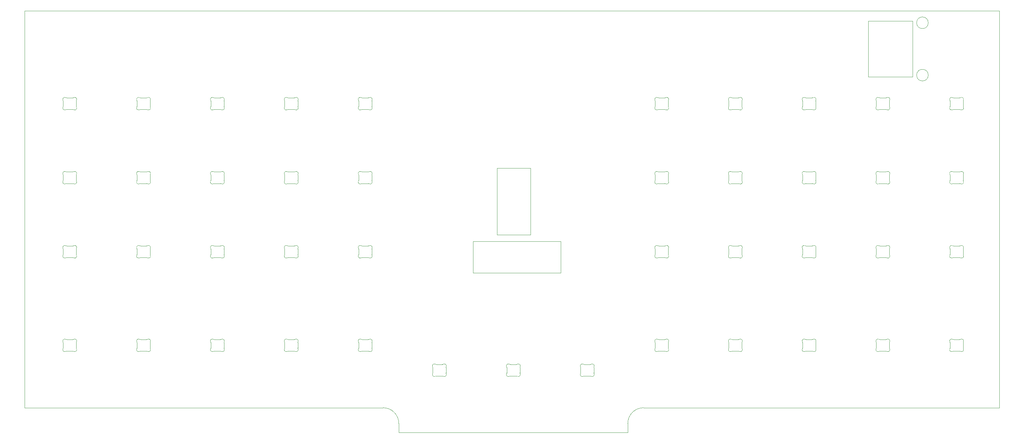
<source format=gbr>
%TF.GenerationSoftware,KiCad,Pcbnew,7.0.2*%
%TF.CreationDate,2023-05-02T21:20:21+02:00*%
%TF.ProjectId,Block,426c6f63-6b2e-46b6-9963-61645f706362,rev?*%
%TF.SameCoordinates,Original*%
%TF.FileFunction,Profile,NP*%
%FSLAX46Y46*%
G04 Gerber Fmt 4.6, Leading zero omitted, Abs format (unit mm)*
G04 Created by KiCad (PCBNEW 7.0.2) date 2023-05-02 21:20:21*
%MOMM*%
%LPD*%
G01*
G04 APERTURE LIST*
%TA.AperFunction,Profile*%
%ADD10C,0.050000*%
%TD*%
%TA.AperFunction,Profile*%
%ADD11C,0.100000*%
%TD*%
%TA.AperFunction,Profile*%
%ADD12C,0.120000*%
%TD*%
G04 APERTURE END LIST*
D10*
X256122000Y-164366000D02*
X347848000Y-164366000D01*
X193052000Y-168422000D02*
X193060000Y-170716000D01*
X234786000Y-129568000D02*
X212180000Y-129568000D01*
X234786000Y-121440000D02*
X234786000Y-129568000D01*
X252058000Y-170716000D02*
X252066000Y-168422000D01*
X193052000Y-168422000D02*
G75*
G03*
X188996000Y-164366000I-4056000J0D01*
G01*
X212180000Y-121440000D02*
X234786000Y-121440000D01*
X212180000Y-129568000D02*
X212180000Y-121440000D01*
X188996000Y-164366000D02*
X96578000Y-164366000D01*
X193060000Y-170716000D02*
X252058000Y-170716000D01*
X347848000Y-164366000D02*
X347848000Y-62004000D01*
X256122000Y-164366000D02*
G75*
G03*
X252066000Y-168422000I0J-4056000D01*
G01*
X96578000Y-62004000D02*
X347848000Y-62004000D01*
X96578000Y-164366000D02*
X96578000Y-62004000D01*
D11*
%TO.C,D68*%
X186097587Y-104361158D02*
X186097587Y-105766842D01*
X185192040Y-106564000D02*
X183603136Y-106564000D01*
X183603136Y-103564001D02*
X185192041Y-103564001D01*
X182697589Y-105766842D02*
X182697589Y-104361158D01*
X186097588Y-105766842D02*
G75*
G03*
X186147073Y-105983720I499989J-2D01*
G01*
X185444299Y-106632299D02*
G75*
G03*
X186147071Y-105983719I252259J431700D01*
G01*
X186147072Y-104144280D02*
G75*
G03*
X186097587Y-104361157I450505J-216876D01*
G01*
X186147070Y-104144279D02*
G75*
G03*
X185444299Y-103495703I-450513J216877D01*
G01*
X185192041Y-103564001D02*
G75*
G03*
X185444299Y-103495702I-3J500009D01*
G01*
X185444299Y-106632299D02*
G75*
G03*
X185192040Y-106564000I-252261J-431710D01*
G01*
X183350877Y-103495701D02*
G75*
G03*
X183603135Y-103564000I252261J431711D01*
G01*
X183603136Y-106564001D02*
G75*
G03*
X183350878Y-106632299I2J-500009D01*
G01*
X182648107Y-105983722D02*
G75*
G03*
X183350877Y-106632296I450511J-216878D01*
G01*
X182648106Y-105983721D02*
G75*
G03*
X182697589Y-105766843I-450498J216871D01*
G01*
X183350877Y-103495701D02*
G75*
G03*
X182648105Y-104144280I-252259J-431699D01*
G01*
X182697589Y-104361158D02*
G75*
G03*
X182648104Y-104144280I-499301J158D01*
G01*
%TO.C,D85*%
X147995999Y-147581158D02*
X147995999Y-148986842D01*
X147090452Y-149784000D02*
X145501548Y-149784000D01*
X145501548Y-146784001D02*
X147090453Y-146784001D01*
X144596001Y-148986842D02*
X144596001Y-147581158D01*
X147996000Y-148986842D02*
G75*
G03*
X148045485Y-149203720I499989J-2D01*
G01*
X147342711Y-149852299D02*
G75*
G03*
X148045483Y-149203719I252259J431700D01*
G01*
X148045484Y-147364280D02*
G75*
G03*
X147995999Y-147581157I450505J-216876D01*
G01*
X148045482Y-147364279D02*
G75*
G03*
X147342711Y-146715703I-450513J216877D01*
G01*
X147090453Y-146784001D02*
G75*
G03*
X147342711Y-146715702I-3J500009D01*
G01*
X147342711Y-149852299D02*
G75*
G03*
X147090452Y-149784000I-252261J-431710D01*
G01*
X145249289Y-146715701D02*
G75*
G03*
X145501547Y-146784000I252261J431711D01*
G01*
X145501548Y-149784001D02*
G75*
G03*
X145249290Y-149852299I2J-500009D01*
G01*
X144546519Y-149203722D02*
G75*
G03*
X145249289Y-149852296I450511J-216878D01*
G01*
X144546518Y-149203721D02*
G75*
G03*
X144596001Y-148986843I-450498J216871D01*
G01*
X145249289Y-146715701D02*
G75*
G03*
X144546517Y-147364280I-252259J-431699D01*
G01*
X144596001Y-147581158D02*
G75*
G03*
X144546516Y-147364280I-499301J158D01*
G01*
%TO.C,D51*%
X300492999Y-147581158D02*
X300492999Y-148986842D01*
X299587452Y-149784000D02*
X297998548Y-149784000D01*
X297998548Y-146784001D02*
X299587453Y-146784001D01*
X297093001Y-148986842D02*
X297093001Y-147581158D01*
X300493000Y-148986842D02*
G75*
G03*
X300542485Y-149203720I499989J-2D01*
G01*
X299839711Y-149852299D02*
G75*
G03*
X300542483Y-149203719I252259J431700D01*
G01*
X300542484Y-147364280D02*
G75*
G03*
X300492999Y-147581157I450505J-216876D01*
G01*
X300542482Y-147364279D02*
G75*
G03*
X299839711Y-146715703I-450513J216877D01*
G01*
X299587453Y-146784001D02*
G75*
G03*
X299839711Y-146715702I-3J500009D01*
G01*
X299839711Y-149852299D02*
G75*
G03*
X299587452Y-149784000I-252261J-431710D01*
G01*
X297746289Y-146715701D02*
G75*
G03*
X297998547Y-146784000I252261J431711D01*
G01*
X297998548Y-149784001D02*
G75*
G03*
X297746290Y-149852299I2J-500009D01*
G01*
X297043519Y-149203722D02*
G75*
G03*
X297746289Y-149852296I450511J-216878D01*
G01*
X297043518Y-149203721D02*
G75*
G03*
X297093001Y-148986843I-450498J216871D01*
G01*
X297746289Y-146715701D02*
G75*
G03*
X297043517Y-147364280I-252259J-431699D01*
G01*
X297093001Y-147581158D02*
G75*
G03*
X297043516Y-147364280I-499301J158D01*
G01*
%TO.C,D73*%
X243313999Y-153993197D02*
X243313999Y-155398881D01*
X242408452Y-156196039D02*
X240819548Y-156196039D01*
X240819548Y-153196040D02*
X242408453Y-153196040D01*
X239914001Y-155398881D02*
X239914001Y-153993197D01*
X243314000Y-155398881D02*
G75*
G03*
X243363485Y-155615759I499989J-2D01*
G01*
X242660711Y-156264338D02*
G75*
G03*
X243363483Y-155615758I252259J431700D01*
G01*
X243363484Y-153776319D02*
G75*
G03*
X243313999Y-153993196I450505J-216876D01*
G01*
X243363482Y-153776318D02*
G75*
G03*
X242660711Y-153127742I-450513J216877D01*
G01*
X242408453Y-153196040D02*
G75*
G03*
X242660711Y-153127741I-3J500009D01*
G01*
X242660711Y-156264338D02*
G75*
G03*
X242408452Y-156196039I-252261J-431710D01*
G01*
X240567289Y-153127740D02*
G75*
G03*
X240819547Y-153196039I252261J431711D01*
G01*
X240819548Y-156196040D02*
G75*
G03*
X240567290Y-156264338I2J-500009D01*
G01*
X239864519Y-155615761D02*
G75*
G03*
X240567289Y-156264335I450511J-216878D01*
G01*
X239864518Y-155615760D02*
G75*
G03*
X239914001Y-155398882I-450498J216871D01*
G01*
X240567289Y-153127740D02*
G75*
G03*
X239864517Y-153776319I-252259J-431699D01*
G01*
X239914001Y-153993197D02*
G75*
G03*
X239864516Y-153776319I-499301J158D01*
G01*
%TO.C,D61*%
X167024667Y-104361158D02*
X167024667Y-105766842D01*
X166119120Y-106564000D02*
X164530216Y-106564000D01*
X164530216Y-103564001D02*
X166119121Y-103564001D01*
X163624669Y-105766842D02*
X163624669Y-104361158D01*
X167024668Y-105766842D02*
G75*
G03*
X167074153Y-105983720I499989J-2D01*
G01*
X166371379Y-106632299D02*
G75*
G03*
X167074151Y-105983719I252259J431700D01*
G01*
X167074152Y-104144280D02*
G75*
G03*
X167024667Y-104361157I450505J-216876D01*
G01*
X167074150Y-104144279D02*
G75*
G03*
X166371379Y-103495703I-450513J216877D01*
G01*
X166119121Y-103564001D02*
G75*
G03*
X166371379Y-103495702I-3J500009D01*
G01*
X166371379Y-106632299D02*
G75*
G03*
X166119120Y-106564000I-252261J-431710D01*
G01*
X164277957Y-103495701D02*
G75*
G03*
X164530215Y-103564000I252261J431711D01*
G01*
X164530216Y-106564001D02*
G75*
G03*
X164277958Y-106632299I2J-500009D01*
G01*
X163575187Y-105983722D02*
G75*
G03*
X164277957Y-106632296I450511J-216878D01*
G01*
X163575186Y-105983721D02*
G75*
G03*
X163624669Y-105766843I-450498J216871D01*
G01*
X164277957Y-103495701D02*
G75*
G03*
X163575185Y-104144280I-252259J-431699D01*
G01*
X163624669Y-104361158D02*
G75*
G03*
X163575184Y-104144280I-499301J158D01*
G01*
%TO.C,D48*%
X147995999Y-123459158D02*
X147995999Y-124864842D01*
X147090452Y-125662000D02*
X145501548Y-125662000D01*
X145501548Y-122662001D02*
X147090453Y-122662001D01*
X144596001Y-124864842D02*
X144596001Y-123459158D01*
X147996000Y-124864842D02*
G75*
G03*
X148045485Y-125081720I499989J-2D01*
G01*
X147342711Y-125730299D02*
G75*
G03*
X148045483Y-125081719I252259J431700D01*
G01*
X148045484Y-123242280D02*
G75*
G03*
X147995999Y-123459157I450505J-216876D01*
G01*
X148045482Y-123242279D02*
G75*
G03*
X147342711Y-122593703I-450513J216877D01*
G01*
X147090453Y-122662001D02*
G75*
G03*
X147342711Y-122593702I-3J500009D01*
G01*
X147342711Y-125730299D02*
G75*
G03*
X147090452Y-125662000I-252261J-431710D01*
G01*
X145249289Y-122593701D02*
G75*
G03*
X145501547Y-122662000I252261J431711D01*
G01*
X145501548Y-125662001D02*
G75*
G03*
X145249290Y-125730299I2J-500009D01*
G01*
X144546519Y-125081722D02*
G75*
G03*
X145249289Y-125730296I450511J-216878D01*
G01*
X144546518Y-125081721D02*
G75*
G03*
X144596001Y-124864843I-450498J216871D01*
G01*
X145249289Y-122593701D02*
G75*
G03*
X144546517Y-123242280I-252259J-431699D01*
G01*
X144596001Y-123459158D02*
G75*
G03*
X144546516Y-123242280I-499301J158D01*
G01*
%TO.C,D60*%
X147995999Y-85277197D02*
X147995999Y-86682881D01*
X147090452Y-87480039D02*
X145501548Y-87480039D01*
X145501548Y-84480040D02*
X147090453Y-84480040D01*
X144596001Y-86682881D02*
X144596001Y-85277197D01*
X147996000Y-86682881D02*
G75*
G03*
X148045485Y-86899759I499989J-2D01*
G01*
X147342711Y-87548338D02*
G75*
G03*
X148045483Y-86899758I252259J431700D01*
G01*
X148045484Y-85060319D02*
G75*
G03*
X147995999Y-85277196I450505J-216876D01*
G01*
X148045482Y-85060318D02*
G75*
G03*
X147342711Y-84411742I-450513J216877D01*
G01*
X147090453Y-84480040D02*
G75*
G03*
X147342711Y-84411741I-3J500009D01*
G01*
X147342711Y-87548338D02*
G75*
G03*
X147090452Y-87480039I-252261J-431710D01*
G01*
X145249289Y-84411740D02*
G75*
G03*
X145501547Y-84480039I252261J431711D01*
G01*
X145501548Y-87480040D02*
G75*
G03*
X145249290Y-87548338I2J-500009D01*
G01*
X144546519Y-86899761D02*
G75*
G03*
X145249289Y-87548335I450511J-216878D01*
G01*
X144546518Y-86899760D02*
G75*
G03*
X144596001Y-86682882I-450498J216871D01*
G01*
X145249289Y-84411740D02*
G75*
G03*
X144546517Y-85060319I-252259J-431699D01*
G01*
X144596001Y-85277197D02*
G75*
G03*
X144546516Y-85060319I-499301J158D01*
G01*
%TO.C,D52*%
X186097587Y-147581158D02*
X186097587Y-148986842D01*
X185192040Y-149784000D02*
X183603136Y-149784000D01*
X183603136Y-146784001D02*
X185192041Y-146784001D01*
X182697589Y-148986842D02*
X182697589Y-147581158D01*
X186097588Y-148986842D02*
G75*
G03*
X186147073Y-149203720I499989J-2D01*
G01*
X185444299Y-149852299D02*
G75*
G03*
X186147071Y-149203719I252259J431700D01*
G01*
X186147072Y-147364280D02*
G75*
G03*
X186097587Y-147581157I450505J-216876D01*
G01*
X186147070Y-147364279D02*
G75*
G03*
X185444299Y-146715703I-450513J216877D01*
G01*
X185192041Y-146784001D02*
G75*
G03*
X185444299Y-146715702I-3J500009D01*
G01*
X185444299Y-149852299D02*
G75*
G03*
X185192040Y-149784000I-252261J-431710D01*
G01*
X183350877Y-146715701D02*
G75*
G03*
X183603135Y-146784000I252261J431711D01*
G01*
X183603136Y-149784001D02*
G75*
G03*
X183350878Y-149852299I2J-500009D01*
G01*
X182648107Y-149203722D02*
G75*
G03*
X183350877Y-149852296I450511J-216878D01*
G01*
X182648106Y-149203721D02*
G75*
G03*
X182697589Y-148986843I-450498J216871D01*
G01*
X183350877Y-146715701D02*
G75*
G03*
X182648105Y-147364280I-252259J-431699D01*
G01*
X182697589Y-147581158D02*
G75*
G03*
X182648104Y-147364280I-499301J158D01*
G01*
%TO.C,D45*%
X281484333Y-147581158D02*
X281484333Y-148986842D01*
X280578786Y-149784000D02*
X278989882Y-149784000D01*
X278989882Y-146784001D02*
X280578787Y-146784001D01*
X278084335Y-148986842D02*
X278084335Y-147581158D01*
X281484334Y-148986842D02*
G75*
G03*
X281533819Y-149203720I499989J-2D01*
G01*
X280831045Y-149852299D02*
G75*
G03*
X281533817Y-149203719I252259J431700D01*
G01*
X281533818Y-147364280D02*
G75*
G03*
X281484333Y-147581157I450505J-216876D01*
G01*
X281533816Y-147364279D02*
G75*
G03*
X280831045Y-146715703I-450513J216877D01*
G01*
X280578787Y-146784001D02*
G75*
G03*
X280831045Y-146715702I-3J500009D01*
G01*
X280831045Y-149852299D02*
G75*
G03*
X280578786Y-149784000I-252261J-431710D01*
G01*
X278737623Y-146715701D02*
G75*
G03*
X278989881Y-146784000I252261J431711D01*
G01*
X278989882Y-149784001D02*
G75*
G03*
X278737624Y-149852299I2J-500009D01*
G01*
X278034853Y-149203722D02*
G75*
G03*
X278737623Y-149852296I450511J-216878D01*
G01*
X278034852Y-149203721D02*
G75*
G03*
X278084335Y-148986843I-450498J216871D01*
G01*
X278737623Y-146715701D02*
G75*
G03*
X278034851Y-147364280I-252259J-431699D01*
G01*
X278084335Y-147581158D02*
G75*
G03*
X278034850Y-147364280I-499301J158D01*
G01*
%TO.C,D87*%
X281484333Y-85277197D02*
X281484333Y-86682881D01*
X280578786Y-87480039D02*
X278989882Y-87480039D01*
X278989882Y-84480040D02*
X280578787Y-84480040D01*
X278084335Y-86682881D02*
X278084335Y-85277197D01*
X281484334Y-86682881D02*
G75*
G03*
X281533819Y-86899759I499989J-2D01*
G01*
X280831045Y-87548338D02*
G75*
G03*
X281533817Y-86899758I252259J431700D01*
G01*
X281533818Y-85060319D02*
G75*
G03*
X281484333Y-85277196I450505J-216876D01*
G01*
X281533816Y-85060318D02*
G75*
G03*
X280831045Y-84411742I-450513J216877D01*
G01*
X280578787Y-84480040D02*
G75*
G03*
X280831045Y-84411741I-3J500009D01*
G01*
X280831045Y-87548338D02*
G75*
G03*
X280578786Y-87480039I-252261J-431710D01*
G01*
X278737623Y-84411740D02*
G75*
G03*
X278989881Y-84480039I252261J431711D01*
G01*
X278989882Y-87480040D02*
G75*
G03*
X278737624Y-87548338I2J-500009D01*
G01*
X278034853Y-86899761D02*
G75*
G03*
X278737623Y-87548335I450511J-216878D01*
G01*
X278034852Y-86899760D02*
G75*
G03*
X278084335Y-86682882I-450498J216871D01*
G01*
X278737623Y-84411740D02*
G75*
G03*
X278034851Y-85060319I-252259J-431699D01*
G01*
X278084335Y-85277197D02*
G75*
G03*
X278034850Y-85060319I-499301J158D01*
G01*
%TO.C,D46*%
X186097587Y-85277197D02*
X186097587Y-86682881D01*
X185192040Y-87480039D02*
X183603136Y-87480039D01*
X183603136Y-84480040D02*
X185192041Y-84480040D01*
X182697589Y-86682881D02*
X182697589Y-85277197D01*
X186097588Y-86682881D02*
G75*
G03*
X186147073Y-86899759I499989J-2D01*
G01*
X185444299Y-87548338D02*
G75*
G03*
X186147071Y-86899758I252259J431700D01*
G01*
X186147072Y-85060319D02*
G75*
G03*
X186097587Y-85277196I450505J-216876D01*
G01*
X186147070Y-85060318D02*
G75*
G03*
X185444299Y-84411742I-450513J216877D01*
G01*
X185192041Y-84480040D02*
G75*
G03*
X185444299Y-84411741I-3J500009D01*
G01*
X185444299Y-87548338D02*
G75*
G03*
X185192040Y-87480039I-252261J-431710D01*
G01*
X183350877Y-84411740D02*
G75*
G03*
X183603135Y-84480039I252261J431711D01*
G01*
X183603136Y-87480040D02*
G75*
G03*
X183350878Y-87548338I2J-500009D01*
G01*
X182648107Y-86899761D02*
G75*
G03*
X183350877Y-87548335I450511J-216878D01*
G01*
X182648106Y-86899760D02*
G75*
G03*
X182697589Y-86682882I-450498J216871D01*
G01*
X183350877Y-84411740D02*
G75*
G03*
X182648105Y-85060319I-252259J-431699D01*
G01*
X182697589Y-85277197D02*
G75*
G03*
X182648104Y-85060319I-499301J158D01*
G01*
%TO.C,D88*%
X319501665Y-123459158D02*
X319501665Y-124864842D01*
X318596118Y-125662000D02*
X317007214Y-125662000D01*
X317007214Y-122662001D02*
X318596119Y-122662001D01*
X316101667Y-124864842D02*
X316101667Y-123459158D01*
X319501666Y-124864842D02*
G75*
G03*
X319551151Y-125081720I499989J-2D01*
G01*
X318848377Y-125730299D02*
G75*
G03*
X319551149Y-125081719I252259J431700D01*
G01*
X319551150Y-123242280D02*
G75*
G03*
X319501665Y-123459157I450505J-216876D01*
G01*
X319551148Y-123242279D02*
G75*
G03*
X318848377Y-122593703I-450513J216877D01*
G01*
X318596119Y-122662001D02*
G75*
G03*
X318848377Y-122593702I-3J500009D01*
G01*
X318848377Y-125730299D02*
G75*
G03*
X318596118Y-125662000I-252261J-431710D01*
G01*
X316754955Y-122593701D02*
G75*
G03*
X317007213Y-122662000I252261J431711D01*
G01*
X317007214Y-125662001D02*
G75*
G03*
X316754956Y-125730299I2J-500009D01*
G01*
X316052185Y-125081722D02*
G75*
G03*
X316754955Y-125730296I450511J-216878D01*
G01*
X316052184Y-125081721D02*
G75*
G03*
X316101667Y-124864843I-450498J216871D01*
G01*
X316754955Y-122593701D02*
G75*
G03*
X316052183Y-123242280I-252259J-431699D01*
G01*
X316101667Y-123459158D02*
G75*
G03*
X316052182Y-123242280I-499301J158D01*
G01*
%TO.C,D47*%
X128967333Y-104361158D02*
X128967333Y-105766842D01*
X128061786Y-106564000D02*
X126472882Y-106564000D01*
X126472882Y-103564001D02*
X128061787Y-103564001D01*
X125567335Y-105766842D02*
X125567335Y-104361158D01*
X128967334Y-105766842D02*
G75*
G03*
X129016819Y-105983720I499989J-2D01*
G01*
X128314045Y-106632299D02*
G75*
G03*
X129016817Y-105983719I252259J431700D01*
G01*
X129016818Y-104144280D02*
G75*
G03*
X128967333Y-104361157I450505J-216876D01*
G01*
X129016816Y-104144279D02*
G75*
G03*
X128314045Y-103495703I-450513J216877D01*
G01*
X128061787Y-103564001D02*
G75*
G03*
X128314045Y-103495702I-3J500009D01*
G01*
X128314045Y-106632299D02*
G75*
G03*
X128061786Y-106564000I-252261J-431710D01*
G01*
X126220623Y-103495701D02*
G75*
G03*
X126472881Y-103564000I252261J431711D01*
G01*
X126472882Y-106564001D02*
G75*
G03*
X126220624Y-106632299I2J-500009D01*
G01*
X125517853Y-105983722D02*
G75*
G03*
X126220623Y-106632296I450511J-216878D01*
G01*
X125517852Y-105983721D02*
G75*
G03*
X125567335Y-105766843I-450498J216871D01*
G01*
X126220623Y-103495701D02*
G75*
G03*
X125517851Y-104144280I-252259J-431699D01*
G01*
X125567335Y-104361158D02*
G75*
G03*
X125517850Y-104144280I-499301J158D01*
G01*
%TO.C,D63*%
X262505999Y-104361158D02*
X262505999Y-105766842D01*
X261600452Y-106564000D02*
X260011548Y-106564000D01*
X260011548Y-103564001D02*
X261600453Y-103564001D01*
X259106001Y-105766842D02*
X259106001Y-104361158D01*
X262506000Y-105766842D02*
G75*
G03*
X262555485Y-105983720I499989J-2D01*
G01*
X261852711Y-106632299D02*
G75*
G03*
X262555483Y-105983719I252259J431700D01*
G01*
X262555484Y-104144280D02*
G75*
G03*
X262505999Y-104361157I450505J-216876D01*
G01*
X262555482Y-104144279D02*
G75*
G03*
X261852711Y-103495703I-450513J216877D01*
G01*
X261600453Y-103564001D02*
G75*
G03*
X261852711Y-103495702I-3J500009D01*
G01*
X261852711Y-106632299D02*
G75*
G03*
X261600452Y-106564000I-252261J-431710D01*
G01*
X259759289Y-103495701D02*
G75*
G03*
X260011547Y-103564000I252261J431711D01*
G01*
X260011548Y-106564001D02*
G75*
G03*
X259759290Y-106632299I2J-500009D01*
G01*
X259056519Y-105983722D02*
G75*
G03*
X259759289Y-106632296I450511J-216878D01*
G01*
X259056518Y-105983721D02*
G75*
G03*
X259106001Y-105766843I-450498J216871D01*
G01*
X259759289Y-103495701D02*
G75*
G03*
X259056517Y-104144280I-252259J-431699D01*
G01*
X259106001Y-104361158D02*
G75*
G03*
X259056516Y-104144280I-499301J158D01*
G01*
%TO.C,D55*%
X128967333Y-123459158D02*
X128967333Y-124864842D01*
X128061786Y-125662000D02*
X126472882Y-125662000D01*
X126472882Y-122662001D02*
X128061787Y-122662001D01*
X125567335Y-124864842D02*
X125567335Y-123459158D01*
X128967334Y-124864842D02*
G75*
G03*
X129016819Y-125081720I499989J-2D01*
G01*
X128314045Y-125730299D02*
G75*
G03*
X129016817Y-125081719I252259J431700D01*
G01*
X129016818Y-123242280D02*
G75*
G03*
X128967333Y-123459157I450505J-216876D01*
G01*
X129016816Y-123242279D02*
G75*
G03*
X128314045Y-122593703I-450513J216877D01*
G01*
X128061787Y-122662001D02*
G75*
G03*
X128314045Y-122593702I-3J500009D01*
G01*
X128314045Y-125730299D02*
G75*
G03*
X128061786Y-125662000I-252261J-431710D01*
G01*
X126220623Y-122593701D02*
G75*
G03*
X126472881Y-122662000I252261J431711D01*
G01*
X126472882Y-125662001D02*
G75*
G03*
X126220624Y-125730299I2J-500009D01*
G01*
X125517853Y-125081722D02*
G75*
G03*
X126220623Y-125730296I450511J-216878D01*
G01*
X125517852Y-125081721D02*
G75*
G03*
X125567335Y-124864843I-450498J216871D01*
G01*
X126220623Y-122593701D02*
G75*
G03*
X125517851Y-123242280I-252259J-431699D01*
G01*
X125567335Y-123459158D02*
G75*
G03*
X125517850Y-123242280I-499301J158D01*
G01*
%TO.C,D59*%
X205205999Y-153993197D02*
X205205999Y-155398881D01*
X204300452Y-156196039D02*
X202711548Y-156196039D01*
X202711548Y-153196040D02*
X204300453Y-153196040D01*
X201806001Y-155398881D02*
X201806001Y-153993197D01*
X205206000Y-155398881D02*
G75*
G03*
X205255485Y-155615759I499989J-2D01*
G01*
X204552711Y-156264338D02*
G75*
G03*
X205255483Y-155615758I252259J431700D01*
G01*
X205255484Y-153776319D02*
G75*
G03*
X205205999Y-153993196I450505J-216876D01*
G01*
X205255482Y-153776318D02*
G75*
G03*
X204552711Y-153127742I-450513J216877D01*
G01*
X204300453Y-153196040D02*
G75*
G03*
X204552711Y-153127741I-3J500009D01*
G01*
X204552711Y-156264338D02*
G75*
G03*
X204300452Y-156196039I-252261J-431710D01*
G01*
X202459289Y-153127740D02*
G75*
G03*
X202711547Y-153196039I252261J431711D01*
G01*
X202711548Y-156196040D02*
G75*
G03*
X202459290Y-156264338I2J-500009D01*
G01*
X201756519Y-155615761D02*
G75*
G03*
X202459289Y-156264335I450511J-216878D01*
G01*
X201756518Y-155615760D02*
G75*
G03*
X201806001Y-155398882I-450498J216871D01*
G01*
X202459289Y-153127740D02*
G75*
G03*
X201756517Y-153776319I-252259J-431699D01*
G01*
X201806001Y-153993197D02*
G75*
G03*
X201756516Y-153776319I-499301J158D01*
G01*
%TO.C,D54*%
X147995999Y-104361158D02*
X147995999Y-105766842D01*
X147090452Y-106564000D02*
X145501548Y-106564000D01*
X145501548Y-103564001D02*
X147090453Y-103564001D01*
X144596001Y-105766842D02*
X144596001Y-104361158D01*
X147996000Y-105766842D02*
G75*
G03*
X148045485Y-105983720I499989J-2D01*
G01*
X147342711Y-106632299D02*
G75*
G03*
X148045483Y-105983719I252259J431700D01*
G01*
X148045484Y-104144280D02*
G75*
G03*
X147995999Y-104361157I450505J-216876D01*
G01*
X148045482Y-104144279D02*
G75*
G03*
X147342711Y-103495703I-450513J216877D01*
G01*
X147090453Y-103564001D02*
G75*
G03*
X147342711Y-103495702I-3J500009D01*
G01*
X147342711Y-106632299D02*
G75*
G03*
X147090452Y-106564000I-252261J-431710D01*
G01*
X145249289Y-103495701D02*
G75*
G03*
X145501547Y-103564000I252261J431711D01*
G01*
X145501548Y-106564001D02*
G75*
G03*
X145249290Y-106632299I2J-500009D01*
G01*
X144546519Y-105983722D02*
G75*
G03*
X145249289Y-106632296I450511J-216878D01*
G01*
X144546518Y-105983721D02*
G75*
G03*
X144596001Y-105766843I-450498J216871D01*
G01*
X145249289Y-103495701D02*
G75*
G03*
X144546517Y-104144280I-252259J-431699D01*
G01*
X144596001Y-104361158D02*
G75*
G03*
X144546516Y-104144280I-499301J158D01*
G01*
%TO.C,D41*%
X167024667Y-147581158D02*
X167024667Y-148986842D01*
X166119120Y-149784000D02*
X164530216Y-149784000D01*
X164530216Y-146784001D02*
X166119121Y-146784001D01*
X163624669Y-148986842D02*
X163624669Y-147581158D01*
X167024668Y-148986842D02*
G75*
G03*
X167074153Y-149203720I499989J-2D01*
G01*
X166371379Y-149852299D02*
G75*
G03*
X167074151Y-149203719I252259J431700D01*
G01*
X167074152Y-147364280D02*
G75*
G03*
X167024667Y-147581157I450505J-216876D01*
G01*
X167074150Y-147364279D02*
G75*
G03*
X166371379Y-146715703I-450513J216877D01*
G01*
X166119121Y-146784001D02*
G75*
G03*
X166371379Y-146715702I-3J500009D01*
G01*
X166371379Y-149852299D02*
G75*
G03*
X166119120Y-149784000I-252261J-431710D01*
G01*
X164277957Y-146715701D02*
G75*
G03*
X164530215Y-146784000I252261J431711D01*
G01*
X164530216Y-149784001D02*
G75*
G03*
X164277958Y-149852299I2J-500009D01*
G01*
X163575187Y-149203722D02*
G75*
G03*
X164277957Y-149852296I450511J-216878D01*
G01*
X163575186Y-149203721D02*
G75*
G03*
X163624669Y-148986843I-450498J216871D01*
G01*
X164277957Y-146715701D02*
G75*
G03*
X163575185Y-147364280I-252259J-431699D01*
G01*
X163624669Y-147581158D02*
G75*
G03*
X163575184Y-147364280I-499301J158D01*
G01*
%TO.C,D62*%
X109938667Y-123459158D02*
X109938667Y-124864842D01*
X109033120Y-125662000D02*
X107444216Y-125662000D01*
X107444216Y-122662001D02*
X109033121Y-122662001D01*
X106538669Y-124864842D02*
X106538669Y-123459158D01*
X109938668Y-124864842D02*
G75*
G03*
X109988153Y-125081720I499989J-2D01*
G01*
X109285379Y-125730299D02*
G75*
G03*
X109988151Y-125081719I252259J431700D01*
G01*
X109988152Y-123242280D02*
G75*
G03*
X109938667Y-123459157I450505J-216876D01*
G01*
X109988150Y-123242279D02*
G75*
G03*
X109285379Y-122593703I-450513J216877D01*
G01*
X109033121Y-122662001D02*
G75*
G03*
X109285379Y-122593702I-3J500009D01*
G01*
X109285379Y-125730299D02*
G75*
G03*
X109033120Y-125662000I-252261J-431710D01*
G01*
X107191957Y-122593701D02*
G75*
G03*
X107444215Y-122662000I252261J431711D01*
G01*
X107444216Y-125662001D02*
G75*
G03*
X107191958Y-125730299I2J-500009D01*
G01*
X106489187Y-125081722D02*
G75*
G03*
X107191957Y-125730296I450511J-216878D01*
G01*
X106489186Y-125081721D02*
G75*
G03*
X106538669Y-124864843I-450498J216871D01*
G01*
X107191957Y-122593701D02*
G75*
G03*
X106489185Y-123242280I-252259J-431699D01*
G01*
X106538669Y-123459158D02*
G75*
G03*
X106489184Y-123242280I-499301J158D01*
G01*
%TO.C,D89*%
X262505999Y-147581158D02*
X262505999Y-148986842D01*
X261600452Y-149784000D02*
X260011548Y-149784000D01*
X260011548Y-146784001D02*
X261600453Y-146784001D01*
X259106001Y-148986842D02*
X259106001Y-147581158D01*
X262506000Y-148986842D02*
G75*
G03*
X262555485Y-149203720I499989J-2D01*
G01*
X261852711Y-149852299D02*
G75*
G03*
X262555483Y-149203719I252259J431700D01*
G01*
X262555484Y-147364280D02*
G75*
G03*
X262505999Y-147581157I450505J-216876D01*
G01*
X262555482Y-147364279D02*
G75*
G03*
X261852711Y-146715703I-450513J216877D01*
G01*
X261600453Y-146784001D02*
G75*
G03*
X261852711Y-146715702I-3J500009D01*
G01*
X261852711Y-149852299D02*
G75*
G03*
X261600452Y-149784000I-252261J-431710D01*
G01*
X259759289Y-146715701D02*
G75*
G03*
X260011547Y-146784000I252261J431711D01*
G01*
X260011548Y-149784001D02*
G75*
G03*
X259759290Y-149852299I2J-500009D01*
G01*
X259056519Y-149203722D02*
G75*
G03*
X259759289Y-149852296I450511J-216878D01*
G01*
X259056518Y-149203721D02*
G75*
G03*
X259106001Y-148986843I-450498J216871D01*
G01*
X259759289Y-146715701D02*
G75*
G03*
X259056517Y-147364280I-252259J-431699D01*
G01*
X259106001Y-147581158D02*
G75*
G03*
X259056516Y-147364280I-499301J158D01*
G01*
%TO.C,D53*%
X167024667Y-85277197D02*
X167024667Y-86682881D01*
X166119120Y-87480039D02*
X164530216Y-87480039D01*
X164530216Y-84480040D02*
X166119121Y-84480040D01*
X163624669Y-86682881D02*
X163624669Y-85277197D01*
X167024668Y-86682881D02*
G75*
G03*
X167074153Y-86899759I499989J-2D01*
G01*
X166371379Y-87548338D02*
G75*
G03*
X167074151Y-86899758I252259J431700D01*
G01*
X167074152Y-85060319D02*
G75*
G03*
X167024667Y-85277196I450505J-216876D01*
G01*
X167074150Y-85060318D02*
G75*
G03*
X166371379Y-84411742I-450513J216877D01*
G01*
X166119121Y-84480040D02*
G75*
G03*
X166371379Y-84411741I-3J500009D01*
G01*
X166371379Y-87548338D02*
G75*
G03*
X166119120Y-87480039I-252261J-431710D01*
G01*
X164277957Y-84411740D02*
G75*
G03*
X164530215Y-84480039I252261J431711D01*
G01*
X164530216Y-87480040D02*
G75*
G03*
X164277958Y-87548338I2J-500009D01*
G01*
X163575187Y-86899761D02*
G75*
G03*
X164277957Y-87548335I450511J-216878D01*
G01*
X163575186Y-86899760D02*
G75*
G03*
X163624669Y-86682882I-450498J216871D01*
G01*
X164277957Y-84411740D02*
G75*
G03*
X163575185Y-85060319I-252259J-431699D01*
G01*
X163624669Y-85277197D02*
G75*
G03*
X163575184Y-85060319I-499301J158D01*
G01*
%TO.C,D92*%
X262505999Y-85277197D02*
X262505999Y-86682881D01*
X261600452Y-87480039D02*
X260011548Y-87480039D01*
X260011548Y-84480040D02*
X261600453Y-84480040D01*
X259106001Y-86682881D02*
X259106001Y-85277197D01*
X262506000Y-86682881D02*
G75*
G03*
X262555485Y-86899759I499989J-2D01*
G01*
X261852711Y-87548338D02*
G75*
G03*
X262555483Y-86899758I252259J431700D01*
G01*
X262555484Y-85060319D02*
G75*
G03*
X262505999Y-85277196I450505J-216876D01*
G01*
X262555482Y-85060318D02*
G75*
G03*
X261852711Y-84411742I-450513J216877D01*
G01*
X261600453Y-84480040D02*
G75*
G03*
X261852711Y-84411741I-3J500009D01*
G01*
X261852711Y-87548338D02*
G75*
G03*
X261600452Y-87480039I-252261J-431710D01*
G01*
X259759289Y-84411740D02*
G75*
G03*
X260011547Y-84480039I252261J431711D01*
G01*
X260011548Y-87480040D02*
G75*
G03*
X259759290Y-87548338I2J-500009D01*
G01*
X259056519Y-86899761D02*
G75*
G03*
X259759289Y-87548335I450511J-216878D01*
G01*
X259056518Y-86899760D02*
G75*
G03*
X259106001Y-86682882I-450498J216871D01*
G01*
X259759289Y-84411740D02*
G75*
G03*
X259056517Y-85060319I-252259J-431699D01*
G01*
X259106001Y-85277197D02*
G75*
G03*
X259056516Y-85060319I-499301J158D01*
G01*
%TO.C,D42*%
X300492999Y-123459158D02*
X300492999Y-124864842D01*
X299587452Y-125662000D02*
X297998548Y-125662000D01*
X297998548Y-122662001D02*
X299587453Y-122662001D01*
X297093001Y-124864842D02*
X297093001Y-123459158D01*
X300493000Y-124864842D02*
G75*
G03*
X300542485Y-125081720I499989J-2D01*
G01*
X299839711Y-125730299D02*
G75*
G03*
X300542483Y-125081719I252259J431700D01*
G01*
X300542484Y-123242280D02*
G75*
G03*
X300492999Y-123459157I450505J-216876D01*
G01*
X300542482Y-123242279D02*
G75*
G03*
X299839711Y-122593703I-450513J216877D01*
G01*
X299587453Y-122662001D02*
G75*
G03*
X299839711Y-122593702I-3J500009D01*
G01*
X299839711Y-125730299D02*
G75*
G03*
X299587452Y-125662000I-252261J-431710D01*
G01*
X297746289Y-122593701D02*
G75*
G03*
X297998547Y-122662000I252261J431711D01*
G01*
X297998548Y-125662001D02*
G75*
G03*
X297746290Y-125730299I2J-500009D01*
G01*
X297043519Y-125081722D02*
G75*
G03*
X297746289Y-125730296I450511J-216878D01*
G01*
X297043518Y-125081721D02*
G75*
G03*
X297093001Y-124864843I-450498J216871D01*
G01*
X297746289Y-122593701D02*
G75*
G03*
X297043517Y-123242280I-252259J-431699D01*
G01*
X297093001Y-123459158D02*
G75*
G03*
X297043516Y-123242280I-499301J158D01*
G01*
%TO.C,D90*%
X109938667Y-104361158D02*
X109938667Y-105766842D01*
X109033120Y-106564000D02*
X107444216Y-106564000D01*
X107444216Y-103564001D02*
X109033121Y-103564001D01*
X106538669Y-105766842D02*
X106538669Y-104361158D01*
X109938668Y-105766842D02*
G75*
G03*
X109988153Y-105983720I499989J-2D01*
G01*
X109285379Y-106632299D02*
G75*
G03*
X109988151Y-105983719I252259J431700D01*
G01*
X109988152Y-104144280D02*
G75*
G03*
X109938667Y-104361157I450505J-216876D01*
G01*
X109988150Y-104144279D02*
G75*
G03*
X109285379Y-103495703I-450513J216877D01*
G01*
X109033121Y-103564001D02*
G75*
G03*
X109285379Y-103495702I-3J500009D01*
G01*
X109285379Y-106632299D02*
G75*
G03*
X109033120Y-106564000I-252261J-431710D01*
G01*
X107191957Y-103495701D02*
G75*
G03*
X107444215Y-103564000I252261J431711D01*
G01*
X107444216Y-106564001D02*
G75*
G03*
X107191958Y-106632299I2J-500009D01*
G01*
X106489187Y-105983722D02*
G75*
G03*
X107191957Y-106632296I450511J-216878D01*
G01*
X106489186Y-105983721D02*
G75*
G03*
X106538669Y-105766843I-450498J216871D01*
G01*
X107191957Y-103495701D02*
G75*
G03*
X106489185Y-104144280I-252259J-431699D01*
G01*
X106538669Y-104361158D02*
G75*
G03*
X106489184Y-104144280I-499301J158D01*
G01*
%TO.C,D83*%
X186097587Y-123459158D02*
X186097587Y-124864842D01*
X185192040Y-125662000D02*
X183603136Y-125662000D01*
X183603136Y-122662001D02*
X185192041Y-122662001D01*
X182697589Y-124864842D02*
X182697589Y-123459158D01*
X186097588Y-124864842D02*
G75*
G03*
X186147073Y-125081720I499989J-2D01*
G01*
X185444299Y-125730299D02*
G75*
G03*
X186147071Y-125081719I252259J431700D01*
G01*
X186147072Y-123242280D02*
G75*
G03*
X186097587Y-123459157I450505J-216876D01*
G01*
X186147070Y-123242279D02*
G75*
G03*
X185444299Y-122593703I-450513J216877D01*
G01*
X185192041Y-122662001D02*
G75*
G03*
X185444299Y-122593702I-3J500009D01*
G01*
X185444299Y-125730299D02*
G75*
G03*
X185192040Y-125662000I-252261J-431710D01*
G01*
X183350877Y-122593701D02*
G75*
G03*
X183603135Y-122662000I252261J431711D01*
G01*
X183603136Y-125662001D02*
G75*
G03*
X183350878Y-125730299I2J-500009D01*
G01*
X182648107Y-125081722D02*
G75*
G03*
X183350877Y-125730296I450511J-216878D01*
G01*
X182648106Y-125081721D02*
G75*
G03*
X182697589Y-124864843I-450498J216871D01*
G01*
X183350877Y-122593701D02*
G75*
G03*
X182648105Y-123242280I-252259J-431699D01*
G01*
X182697589Y-123459158D02*
G75*
G03*
X182648104Y-123242280I-499301J158D01*
G01*
%TO.C,D86*%
X300492999Y-104361158D02*
X300492999Y-105766842D01*
X299587452Y-106564000D02*
X297998548Y-106564000D01*
X297998548Y-103564001D02*
X299587453Y-103564001D01*
X297093001Y-105766842D02*
X297093001Y-104361158D01*
X300493000Y-105766842D02*
G75*
G03*
X300542485Y-105983720I499989J-2D01*
G01*
X299839711Y-106632299D02*
G75*
G03*
X300542483Y-105983719I252259J431700D01*
G01*
X300542484Y-104144280D02*
G75*
G03*
X300492999Y-104361157I450505J-216876D01*
G01*
X300542482Y-104144279D02*
G75*
G03*
X299839711Y-103495703I-450513J216877D01*
G01*
X299587453Y-103564001D02*
G75*
G03*
X299839711Y-103495702I-3J500009D01*
G01*
X299839711Y-106632299D02*
G75*
G03*
X299587452Y-106564000I-252261J-431710D01*
G01*
X297746289Y-103495701D02*
G75*
G03*
X297998547Y-103564000I252261J431711D01*
G01*
X297998548Y-106564001D02*
G75*
G03*
X297746290Y-106632299I2J-500009D01*
G01*
X297043519Y-105983722D02*
G75*
G03*
X297746289Y-106632296I450511J-216878D01*
G01*
X297043518Y-105983721D02*
G75*
G03*
X297093001Y-105766843I-450498J216871D01*
G01*
X297746289Y-103495701D02*
G75*
G03*
X297043517Y-104144280I-252259J-431699D01*
G01*
X297093001Y-104361158D02*
G75*
G03*
X297043516Y-104144280I-499301J158D01*
G01*
%TO.C,D49*%
X281484333Y-123459158D02*
X281484333Y-124864842D01*
X280578786Y-125662000D02*
X278989882Y-125662000D01*
X278989882Y-122662001D02*
X280578787Y-122662001D01*
X278084335Y-124864842D02*
X278084335Y-123459158D01*
X281484334Y-124864842D02*
G75*
G03*
X281533819Y-125081720I499989J-2D01*
G01*
X280831045Y-125730299D02*
G75*
G03*
X281533817Y-125081719I252259J431700D01*
G01*
X281533818Y-123242280D02*
G75*
G03*
X281484333Y-123459157I450505J-216876D01*
G01*
X281533816Y-123242279D02*
G75*
G03*
X280831045Y-122593703I-450513J216877D01*
G01*
X280578787Y-122662001D02*
G75*
G03*
X280831045Y-122593702I-3J500009D01*
G01*
X280831045Y-125730299D02*
G75*
G03*
X280578786Y-125662000I-252261J-431710D01*
G01*
X278737623Y-122593701D02*
G75*
G03*
X278989881Y-122662000I252261J431711D01*
G01*
X278989882Y-125662001D02*
G75*
G03*
X278737624Y-125730299I2J-500009D01*
G01*
X278034853Y-125081722D02*
G75*
G03*
X278737623Y-125730296I450511J-216878D01*
G01*
X278034852Y-125081721D02*
G75*
G03*
X278084335Y-124864843I-450498J216871D01*
G01*
X278737623Y-122593701D02*
G75*
G03*
X278034851Y-123242280I-252259J-431699D01*
G01*
X278084335Y-123459158D02*
G75*
G03*
X278034850Y-123242280I-499301J158D01*
G01*
%TO.C,D70*%
X281484333Y-104361158D02*
X281484333Y-105766842D01*
X280578786Y-106564000D02*
X278989882Y-106564000D01*
X278989882Y-103564001D02*
X280578787Y-103564001D01*
X278084335Y-105766842D02*
X278084335Y-104361158D01*
X281484334Y-105766842D02*
G75*
G03*
X281533819Y-105983720I499989J-2D01*
G01*
X280831045Y-106632299D02*
G75*
G03*
X281533817Y-105983719I252259J431700D01*
G01*
X281533818Y-104144280D02*
G75*
G03*
X281484333Y-104361157I450505J-216876D01*
G01*
X281533816Y-104144279D02*
G75*
G03*
X280831045Y-103495703I-450513J216877D01*
G01*
X280578787Y-103564001D02*
G75*
G03*
X280831045Y-103495702I-3J500009D01*
G01*
X280831045Y-106632299D02*
G75*
G03*
X280578786Y-106564000I-252261J-431710D01*
G01*
X278737623Y-103495701D02*
G75*
G03*
X278989881Y-103564000I252261J431711D01*
G01*
X278989882Y-106564001D02*
G75*
G03*
X278737624Y-106632299I2J-500009D01*
G01*
X278034853Y-105983722D02*
G75*
G03*
X278737623Y-106632296I450511J-216878D01*
G01*
X278034852Y-105983721D02*
G75*
G03*
X278084335Y-105766843I-450498J216871D01*
G01*
X278737623Y-103495701D02*
G75*
G03*
X278034851Y-104144280I-252259J-431699D01*
G01*
X278084335Y-104361158D02*
G75*
G03*
X278034850Y-104144280I-499301J158D01*
G01*
%TO.C,D64*%
X319501665Y-85277197D02*
X319501665Y-86682881D01*
X318596118Y-87480039D02*
X317007214Y-87480039D01*
X317007214Y-84480040D02*
X318596119Y-84480040D01*
X316101667Y-86682881D02*
X316101667Y-85277197D01*
X319501666Y-86682881D02*
G75*
G03*
X319551151Y-86899759I499989J-2D01*
G01*
X318848377Y-87548338D02*
G75*
G03*
X319551149Y-86899758I252259J431700D01*
G01*
X319551150Y-85060319D02*
G75*
G03*
X319501665Y-85277196I450505J-216876D01*
G01*
X319551148Y-85060318D02*
G75*
G03*
X318848377Y-84411742I-450513J216877D01*
G01*
X318596119Y-84480040D02*
G75*
G03*
X318848377Y-84411741I-3J500009D01*
G01*
X318848377Y-87548338D02*
G75*
G03*
X318596118Y-87480039I-252261J-431710D01*
G01*
X316754955Y-84411740D02*
G75*
G03*
X317007213Y-84480039I252261J431711D01*
G01*
X317007214Y-87480040D02*
G75*
G03*
X316754956Y-87548338I2J-500009D01*
G01*
X316052185Y-86899761D02*
G75*
G03*
X316754955Y-87548335I450511J-216878D01*
G01*
X316052184Y-86899760D02*
G75*
G03*
X316101667Y-86682882I-450498J216871D01*
G01*
X316754955Y-84411740D02*
G75*
G03*
X316052183Y-85060319I-252259J-431699D01*
G01*
X316101667Y-85277197D02*
G75*
G03*
X316052182Y-85060319I-499301J158D01*
G01*
%TO.C,D50*%
X338510333Y-104361158D02*
X338510333Y-105766842D01*
X337604786Y-106564000D02*
X336015882Y-106564000D01*
X336015882Y-103564001D02*
X337604787Y-103564001D01*
X335110335Y-105766842D02*
X335110335Y-104361158D01*
X338510334Y-105766842D02*
G75*
G03*
X338559819Y-105983720I499989J-2D01*
G01*
X337857045Y-106632299D02*
G75*
G03*
X338559817Y-105983719I252259J431700D01*
G01*
X338559818Y-104144280D02*
G75*
G03*
X338510333Y-104361157I450505J-216876D01*
G01*
X338559816Y-104144279D02*
G75*
G03*
X337857045Y-103495703I-450513J216877D01*
G01*
X337604787Y-103564001D02*
G75*
G03*
X337857045Y-103495702I-3J500009D01*
G01*
X337857045Y-106632299D02*
G75*
G03*
X337604786Y-106564000I-252261J-431710D01*
G01*
X335763623Y-103495701D02*
G75*
G03*
X336015881Y-103564000I252261J431711D01*
G01*
X336015882Y-106564001D02*
G75*
G03*
X335763624Y-106632299I2J-500009D01*
G01*
X335060853Y-105983722D02*
G75*
G03*
X335763623Y-106632296I450511J-216878D01*
G01*
X335060852Y-105983721D02*
G75*
G03*
X335110335Y-105766843I-450498J216871D01*
G01*
X335763623Y-103495701D02*
G75*
G03*
X335060851Y-104144280I-252259J-431699D01*
G01*
X335110335Y-104361158D02*
G75*
G03*
X335060850Y-104144280I-499301J158D01*
G01*
%TO.C,D44*%
X319501665Y-104361158D02*
X319501665Y-105766842D01*
X318596118Y-106564000D02*
X317007214Y-106564000D01*
X317007214Y-103564001D02*
X318596119Y-103564001D01*
X316101667Y-105766842D02*
X316101667Y-104361158D01*
X319501666Y-105766842D02*
G75*
G03*
X319551151Y-105983720I499989J-2D01*
G01*
X318848377Y-106632299D02*
G75*
G03*
X319551149Y-105983719I252259J431700D01*
G01*
X319551150Y-104144280D02*
G75*
G03*
X319501665Y-104361157I450505J-216876D01*
G01*
X319551148Y-104144279D02*
G75*
G03*
X318848377Y-103495703I-450513J216877D01*
G01*
X318596119Y-103564001D02*
G75*
G03*
X318848377Y-103495702I-3J500009D01*
G01*
X318848377Y-106632299D02*
G75*
G03*
X318596118Y-106564000I-252261J-431710D01*
G01*
X316754955Y-103495701D02*
G75*
G03*
X317007213Y-103564000I252261J431711D01*
G01*
X317007214Y-106564001D02*
G75*
G03*
X316754956Y-106632299I2J-500009D01*
G01*
X316052185Y-105983722D02*
G75*
G03*
X316754955Y-106632296I450511J-216878D01*
G01*
X316052184Y-105983721D02*
G75*
G03*
X316101667Y-105766843I-450498J216871D01*
G01*
X316754955Y-103495701D02*
G75*
G03*
X316052183Y-104144280I-252259J-431699D01*
G01*
X316101667Y-104361158D02*
G75*
G03*
X316052182Y-104144280I-499301J158D01*
G01*
%TO.C,D74*%
X109938667Y-85277197D02*
X109938667Y-86682881D01*
X109033120Y-87480039D02*
X107444216Y-87480039D01*
X107444216Y-84480040D02*
X109033121Y-84480040D01*
X106538669Y-86682881D02*
X106538669Y-85277197D01*
X109938668Y-86682881D02*
G75*
G03*
X109988153Y-86899759I499989J-2D01*
G01*
X109285379Y-87548338D02*
G75*
G03*
X109988151Y-86899758I252259J431700D01*
G01*
X109988152Y-85060319D02*
G75*
G03*
X109938667Y-85277196I450505J-216876D01*
G01*
X109988150Y-85060318D02*
G75*
G03*
X109285379Y-84411742I-450513J216877D01*
G01*
X109033121Y-84480040D02*
G75*
G03*
X109285379Y-84411741I-3J500009D01*
G01*
X109285379Y-87548338D02*
G75*
G03*
X109033120Y-87480039I-252261J-431710D01*
G01*
X107191957Y-84411740D02*
G75*
G03*
X107444215Y-84480039I252261J431711D01*
G01*
X107444216Y-87480040D02*
G75*
G03*
X107191958Y-87548338I2J-500009D01*
G01*
X106489187Y-86899761D02*
G75*
G03*
X107191957Y-87548335I450511J-216878D01*
G01*
X106489186Y-86899760D02*
G75*
G03*
X106538669Y-86682882I-450498J216871D01*
G01*
X107191957Y-84411740D02*
G75*
G03*
X106489185Y-85060319I-252259J-431699D01*
G01*
X106538669Y-85277197D02*
G75*
G03*
X106489184Y-85060319I-499301J158D01*
G01*
%TO.C,D72*%
X338510333Y-123459158D02*
X338510333Y-124864842D01*
X337604786Y-125662000D02*
X336015882Y-125662000D01*
X336015882Y-122662001D02*
X337604787Y-122662001D01*
X335110335Y-124864842D02*
X335110335Y-123459158D01*
X338510334Y-124864842D02*
G75*
G03*
X338559819Y-125081720I499989J-2D01*
G01*
X337857045Y-125730299D02*
G75*
G03*
X338559817Y-125081719I252259J431700D01*
G01*
X338559818Y-123242280D02*
G75*
G03*
X338510333Y-123459157I450505J-216876D01*
G01*
X338559816Y-123242279D02*
G75*
G03*
X337857045Y-122593703I-450513J216877D01*
G01*
X337604787Y-122662001D02*
G75*
G03*
X337857045Y-122593702I-3J500009D01*
G01*
X337857045Y-125730299D02*
G75*
G03*
X337604786Y-125662000I-252261J-431710D01*
G01*
X335763623Y-122593701D02*
G75*
G03*
X336015881Y-122662000I252261J431711D01*
G01*
X336015882Y-125662001D02*
G75*
G03*
X335763624Y-125730299I2J-500009D01*
G01*
X335060853Y-125081722D02*
G75*
G03*
X335763623Y-125730296I450511J-216878D01*
G01*
X335060852Y-125081721D02*
G75*
G03*
X335110335Y-124864843I-450498J216871D01*
G01*
X335763623Y-122593701D02*
G75*
G03*
X335060851Y-123242280I-252259J-431699D01*
G01*
X335110335Y-123459158D02*
G75*
G03*
X335060850Y-123242280I-499301J158D01*
G01*
%TO.C,D69*%
X109938667Y-147581158D02*
X109938667Y-148986842D01*
X109033120Y-149784000D02*
X107444216Y-149784000D01*
X107444216Y-146784001D02*
X109033121Y-146784001D01*
X106538669Y-148986842D02*
X106538669Y-147581158D01*
X109938668Y-148986842D02*
G75*
G03*
X109988153Y-149203720I499989J-2D01*
G01*
X109285379Y-149852299D02*
G75*
G03*
X109988151Y-149203719I252259J431700D01*
G01*
X109988152Y-147364280D02*
G75*
G03*
X109938667Y-147581157I450505J-216876D01*
G01*
X109988150Y-147364279D02*
G75*
G03*
X109285379Y-146715703I-450513J216877D01*
G01*
X109033121Y-146784001D02*
G75*
G03*
X109285379Y-146715702I-3J500009D01*
G01*
X109285379Y-149852299D02*
G75*
G03*
X109033120Y-149784000I-252261J-431710D01*
G01*
X107191957Y-146715701D02*
G75*
G03*
X107444215Y-146784000I252261J431711D01*
G01*
X107444216Y-149784001D02*
G75*
G03*
X107191958Y-149852299I2J-500009D01*
G01*
X106489187Y-149203722D02*
G75*
G03*
X107191957Y-149852296I450511J-216878D01*
G01*
X106489186Y-149203721D02*
G75*
G03*
X106538669Y-148986843I-450498J216871D01*
G01*
X107191957Y-146715701D02*
G75*
G03*
X106489185Y-147364280I-252259J-431699D01*
G01*
X106538669Y-147581158D02*
G75*
G03*
X106489184Y-147364280I-499301J158D01*
G01*
%TO.C,D71*%
X300492999Y-85277197D02*
X300492999Y-86682881D01*
X299587452Y-87480039D02*
X297998548Y-87480039D01*
X297998548Y-84480040D02*
X299587453Y-84480040D01*
X297093001Y-86682881D02*
X297093001Y-85277197D01*
X300493000Y-86682881D02*
G75*
G03*
X300542485Y-86899759I499989J-2D01*
G01*
X299839711Y-87548338D02*
G75*
G03*
X300542483Y-86899758I252259J431700D01*
G01*
X300542484Y-85060319D02*
G75*
G03*
X300492999Y-85277196I450505J-216876D01*
G01*
X300542482Y-85060318D02*
G75*
G03*
X299839711Y-84411742I-450513J216877D01*
G01*
X299587453Y-84480040D02*
G75*
G03*
X299839711Y-84411741I-3J500009D01*
G01*
X299839711Y-87548338D02*
G75*
G03*
X299587452Y-87480039I-252261J-431710D01*
G01*
X297746289Y-84411740D02*
G75*
G03*
X297998547Y-84480039I252261J431711D01*
G01*
X297998548Y-87480040D02*
G75*
G03*
X297746290Y-87548338I2J-500009D01*
G01*
X297043519Y-86899761D02*
G75*
G03*
X297746289Y-87548335I450511J-216878D01*
G01*
X297043518Y-86899760D02*
G75*
G03*
X297093001Y-86682882I-450498J216871D01*
G01*
X297746289Y-84411740D02*
G75*
G03*
X297043517Y-85060319I-252259J-431699D01*
G01*
X297093001Y-85277197D02*
G75*
G03*
X297043516Y-85060319I-499301J158D01*
G01*
%TO.C,D67*%
X128967333Y-85277197D02*
X128967333Y-86682881D01*
X128061786Y-87480039D02*
X126472882Y-87480039D01*
X126472882Y-84480040D02*
X128061787Y-84480040D01*
X125567335Y-86682881D02*
X125567335Y-85277197D01*
X128967334Y-86682881D02*
G75*
G03*
X129016819Y-86899759I499989J-2D01*
G01*
X128314045Y-87548338D02*
G75*
G03*
X129016817Y-86899758I252259J431700D01*
G01*
X129016818Y-85060319D02*
G75*
G03*
X128967333Y-85277196I450505J-216876D01*
G01*
X129016816Y-85060318D02*
G75*
G03*
X128314045Y-84411742I-450513J216877D01*
G01*
X128061787Y-84480040D02*
G75*
G03*
X128314045Y-84411741I-3J500009D01*
G01*
X128314045Y-87548338D02*
G75*
G03*
X128061786Y-87480039I-252261J-431710D01*
G01*
X126220623Y-84411740D02*
G75*
G03*
X126472881Y-84480039I252261J431711D01*
G01*
X126472882Y-87480040D02*
G75*
G03*
X126220624Y-87548338I2J-500009D01*
G01*
X125517853Y-86899761D02*
G75*
G03*
X126220623Y-87548335I450511J-216878D01*
G01*
X125517852Y-86899760D02*
G75*
G03*
X125567335Y-86682882I-450498J216871D01*
G01*
X126220623Y-84411740D02*
G75*
G03*
X125517851Y-85060319I-252259J-431699D01*
G01*
X125567335Y-85277197D02*
G75*
G03*
X125517850Y-85060319I-499301J158D01*
G01*
%TO.C,D57*%
X338510333Y-85277197D02*
X338510333Y-86682881D01*
X337604786Y-87480039D02*
X336015882Y-87480039D01*
X336015882Y-84480040D02*
X337604787Y-84480040D01*
X335110335Y-86682881D02*
X335110335Y-85277197D01*
X338510334Y-86682881D02*
G75*
G03*
X338559819Y-86899759I499989J-2D01*
G01*
X337857045Y-87548338D02*
G75*
G03*
X338559817Y-86899758I252259J431700D01*
G01*
X338559818Y-85060319D02*
G75*
G03*
X338510333Y-85277196I450505J-216876D01*
G01*
X338559816Y-85060318D02*
G75*
G03*
X337857045Y-84411742I-450513J216877D01*
G01*
X337604787Y-84480040D02*
G75*
G03*
X337857045Y-84411741I-3J500009D01*
G01*
X337857045Y-87548338D02*
G75*
G03*
X337604786Y-87480039I-252261J-431710D01*
G01*
X335763623Y-84411740D02*
G75*
G03*
X336015881Y-84480039I252261J431711D01*
G01*
X336015882Y-87480040D02*
G75*
G03*
X335763624Y-87548338I2J-500009D01*
G01*
X335060853Y-86899761D02*
G75*
G03*
X335763623Y-87548335I450511J-216878D01*
G01*
X335060852Y-86899760D02*
G75*
G03*
X335110335Y-86682882I-450498J216871D01*
G01*
X335763623Y-84411740D02*
G75*
G03*
X335060851Y-85060319I-252259J-431699D01*
G01*
X335110335Y-85277197D02*
G75*
G03*
X335060850Y-85060319I-499301J158D01*
G01*
%TO.C,D91*%
X167024667Y-123459158D02*
X167024667Y-124864842D01*
X166119120Y-125662000D02*
X164530216Y-125662000D01*
X164530216Y-122662001D02*
X166119121Y-122662001D01*
X163624669Y-124864842D02*
X163624669Y-123459158D01*
X167024668Y-124864842D02*
G75*
G03*
X167074153Y-125081720I499989J-2D01*
G01*
X166371379Y-125730299D02*
G75*
G03*
X167074151Y-125081719I252259J431700D01*
G01*
X167074152Y-123242280D02*
G75*
G03*
X167024667Y-123459157I450505J-216876D01*
G01*
X167074150Y-123242279D02*
G75*
G03*
X166371379Y-122593703I-450513J216877D01*
G01*
X166119121Y-122662001D02*
G75*
G03*
X166371379Y-122593702I-3J500009D01*
G01*
X166371379Y-125730299D02*
G75*
G03*
X166119120Y-125662000I-252261J-431710D01*
G01*
X164277957Y-122593701D02*
G75*
G03*
X164530215Y-122662000I252261J431711D01*
G01*
X164530216Y-125662001D02*
G75*
G03*
X164277958Y-125730299I2J-500009D01*
G01*
X163575187Y-125081722D02*
G75*
G03*
X164277957Y-125730296I450511J-216878D01*
G01*
X163575186Y-125081721D02*
G75*
G03*
X163624669Y-124864843I-450498J216871D01*
G01*
X164277957Y-122593701D02*
G75*
G03*
X163575185Y-123242280I-252259J-431699D01*
G01*
X163624669Y-123459158D02*
G75*
G03*
X163575184Y-123242280I-499301J158D01*
G01*
D12*
%TO.C,U5*%
X325480000Y-64654000D02*
X314050000Y-64654000D01*
X314050000Y-64654000D02*
X314050000Y-79074000D01*
X314050000Y-79074000D02*
X325480000Y-79074000D01*
X325480000Y-79074000D02*
X325480000Y-64654000D01*
X329500033Y-65114000D02*
G75*
G03*
X329500033Y-65114000I-1500033J0D01*
G01*
X329500033Y-78613967D02*
G75*
G03*
X329500033Y-78613967I-1500033J0D01*
G01*
D11*
%TO.C,D58*%
X319501665Y-147581158D02*
X319501665Y-148986842D01*
X318596118Y-149784000D02*
X317007214Y-149784000D01*
X317007214Y-146784001D02*
X318596119Y-146784001D01*
X316101667Y-148986842D02*
X316101667Y-147581158D01*
X319501666Y-148986842D02*
G75*
G03*
X319551151Y-149203720I499989J-2D01*
G01*
X318848377Y-149852299D02*
G75*
G03*
X319551149Y-149203719I252259J431700D01*
G01*
X319551150Y-147364280D02*
G75*
G03*
X319501665Y-147581157I450505J-216876D01*
G01*
X319551148Y-147364279D02*
G75*
G03*
X318848377Y-146715703I-450513J216877D01*
G01*
X318596119Y-146784001D02*
G75*
G03*
X318848377Y-146715702I-3J500009D01*
G01*
X318848377Y-149852299D02*
G75*
G03*
X318596118Y-149784000I-252261J-431710D01*
G01*
X316754955Y-146715701D02*
G75*
G03*
X317007213Y-146784000I252261J431711D01*
G01*
X317007214Y-149784001D02*
G75*
G03*
X316754956Y-149852299I2J-500009D01*
G01*
X316052185Y-149203722D02*
G75*
G03*
X316754955Y-149852296I450511J-216878D01*
G01*
X316052184Y-149203721D02*
G75*
G03*
X316101667Y-148986843I-450498J216871D01*
G01*
X316754955Y-146715701D02*
G75*
G03*
X316052183Y-147364280I-252259J-431699D01*
G01*
X316101667Y-147581158D02*
G75*
G03*
X316052182Y-147364280I-499301J158D01*
G01*
%TO.C,D84*%
X128967333Y-147581158D02*
X128967333Y-148986842D01*
X128061786Y-149784000D02*
X126472882Y-149784000D01*
X126472882Y-146784001D02*
X128061787Y-146784001D01*
X125567335Y-148986842D02*
X125567335Y-147581158D01*
X128967334Y-148986842D02*
G75*
G03*
X129016819Y-149203720I499989J-2D01*
G01*
X128314045Y-149852299D02*
G75*
G03*
X129016817Y-149203719I252259J431700D01*
G01*
X129016818Y-147364280D02*
G75*
G03*
X128967333Y-147581157I450505J-216876D01*
G01*
X129016816Y-147364279D02*
G75*
G03*
X128314045Y-146715703I-450513J216877D01*
G01*
X128061787Y-146784001D02*
G75*
G03*
X128314045Y-146715702I-3J500009D01*
G01*
X128314045Y-149852299D02*
G75*
G03*
X128061786Y-149784000I-252261J-431710D01*
G01*
X126220623Y-146715701D02*
G75*
G03*
X126472881Y-146784000I252261J431711D01*
G01*
X126472882Y-149784001D02*
G75*
G03*
X126220624Y-149852299I2J-500009D01*
G01*
X125517853Y-149203722D02*
G75*
G03*
X126220623Y-149852296I450511J-216878D01*
G01*
X125517852Y-149203721D02*
G75*
G03*
X125567335Y-148986843I-450498J216871D01*
G01*
X126220623Y-146715701D02*
G75*
G03*
X125517851Y-147364280I-252259J-431699D01*
G01*
X125567335Y-147581158D02*
G75*
G03*
X125517850Y-147364280I-499301J158D01*
G01*
%TO.C,D66*%
X224269999Y-153993197D02*
X224269999Y-155398881D01*
X223364452Y-156196039D02*
X221775548Y-156196039D01*
X221775548Y-153196040D02*
X223364453Y-153196040D01*
X220870001Y-155398881D02*
X220870001Y-153993197D01*
X224270000Y-155398881D02*
G75*
G03*
X224319485Y-155615759I499989J-2D01*
G01*
X223616711Y-156264338D02*
G75*
G03*
X224319483Y-155615758I252259J431700D01*
G01*
X224319484Y-153776319D02*
G75*
G03*
X224269999Y-153993196I450505J-216876D01*
G01*
X224319482Y-153776318D02*
G75*
G03*
X223616711Y-153127742I-450513J216877D01*
G01*
X223364453Y-153196040D02*
G75*
G03*
X223616711Y-153127741I-3J500009D01*
G01*
X223616711Y-156264338D02*
G75*
G03*
X223364452Y-156196039I-252261J-431710D01*
G01*
X221523289Y-153127740D02*
G75*
G03*
X221775547Y-153196039I252261J431711D01*
G01*
X221775548Y-156196040D02*
G75*
G03*
X221523290Y-156264338I2J-500009D01*
G01*
X220820519Y-155615761D02*
G75*
G03*
X221523289Y-156264335I450511J-216878D01*
G01*
X220820518Y-155615760D02*
G75*
G03*
X220870001Y-155398882I-450498J216871D01*
G01*
X221523289Y-153127740D02*
G75*
G03*
X220820517Y-153776319I-252259J-431699D01*
G01*
X220870001Y-153993197D02*
G75*
G03*
X220820516Y-153776319I-499301J158D01*
G01*
%TO.C,D65*%
X338510333Y-147581158D02*
X338510333Y-148986842D01*
X337604786Y-149784000D02*
X336015882Y-149784000D01*
X336015882Y-146784001D02*
X337604787Y-146784001D01*
X335110335Y-148986842D02*
X335110335Y-147581158D01*
X338510334Y-148986842D02*
G75*
G03*
X338559819Y-149203720I499989J-2D01*
G01*
X337857045Y-149852299D02*
G75*
G03*
X338559817Y-149203719I252259J431700D01*
G01*
X338559818Y-147364280D02*
G75*
G03*
X338510333Y-147581157I450505J-216876D01*
G01*
X338559816Y-147364279D02*
G75*
G03*
X337857045Y-146715703I-450513J216877D01*
G01*
X337604787Y-146784001D02*
G75*
G03*
X337857045Y-146715702I-3J500009D01*
G01*
X337857045Y-149852299D02*
G75*
G03*
X337604786Y-149784000I-252261J-431710D01*
G01*
X335763623Y-146715701D02*
G75*
G03*
X336015881Y-146784000I252261J431711D01*
G01*
X336015882Y-149784001D02*
G75*
G03*
X335763624Y-149852299I2J-500009D01*
G01*
X335060853Y-149203722D02*
G75*
G03*
X335763623Y-149852296I450511J-216878D01*
G01*
X335060852Y-149203721D02*
G75*
G03*
X335110335Y-148986843I-450498J216871D01*
G01*
X335763623Y-146715701D02*
G75*
G03*
X335060851Y-147364280I-252259J-431699D01*
G01*
X335110335Y-147581158D02*
G75*
G03*
X335060850Y-147364280I-499301J158D01*
G01*
%TO.C,D56*%
X262505999Y-123459158D02*
X262505999Y-124864842D01*
X261600452Y-125662000D02*
X260011548Y-125662000D01*
X260011548Y-122662001D02*
X261600453Y-122662001D01*
X259106001Y-124864842D02*
X259106001Y-123459158D01*
X262506000Y-124864842D02*
G75*
G03*
X262555485Y-125081720I499989J-2D01*
G01*
X261852711Y-125730299D02*
G75*
G03*
X262555483Y-125081719I252259J431700D01*
G01*
X262555484Y-123242280D02*
G75*
G03*
X262505999Y-123459157I450505J-216876D01*
G01*
X262555482Y-123242279D02*
G75*
G03*
X261852711Y-122593703I-450513J216877D01*
G01*
X261600453Y-122662001D02*
G75*
G03*
X261852711Y-122593702I-3J500009D01*
G01*
X261852711Y-125730299D02*
G75*
G03*
X261600452Y-125662000I-252261J-431710D01*
G01*
X259759289Y-122593701D02*
G75*
G03*
X260011547Y-122662000I252261J431711D01*
G01*
X260011548Y-125662001D02*
G75*
G03*
X259759290Y-125730299I2J-500009D01*
G01*
X259056519Y-125081722D02*
G75*
G03*
X259759289Y-125730296I450511J-216878D01*
G01*
X259056518Y-125081721D02*
G75*
G03*
X259106001Y-124864843I-450498J216871D01*
G01*
X259759289Y-122593701D02*
G75*
G03*
X259056517Y-123242280I-252259J-431699D01*
G01*
X259106001Y-123459158D02*
G75*
G03*
X259056516Y-123242280I-499301J158D01*
G01*
D12*
%TO.C,U4*%
X218387290Y-102559942D02*
X226987290Y-102559942D01*
X226987290Y-102559942D02*
X226987290Y-119819942D01*
X226987290Y-119819942D02*
X218387290Y-119819942D01*
X218387290Y-119819942D02*
X218387290Y-102559942D01*
%TD*%
M02*

</source>
